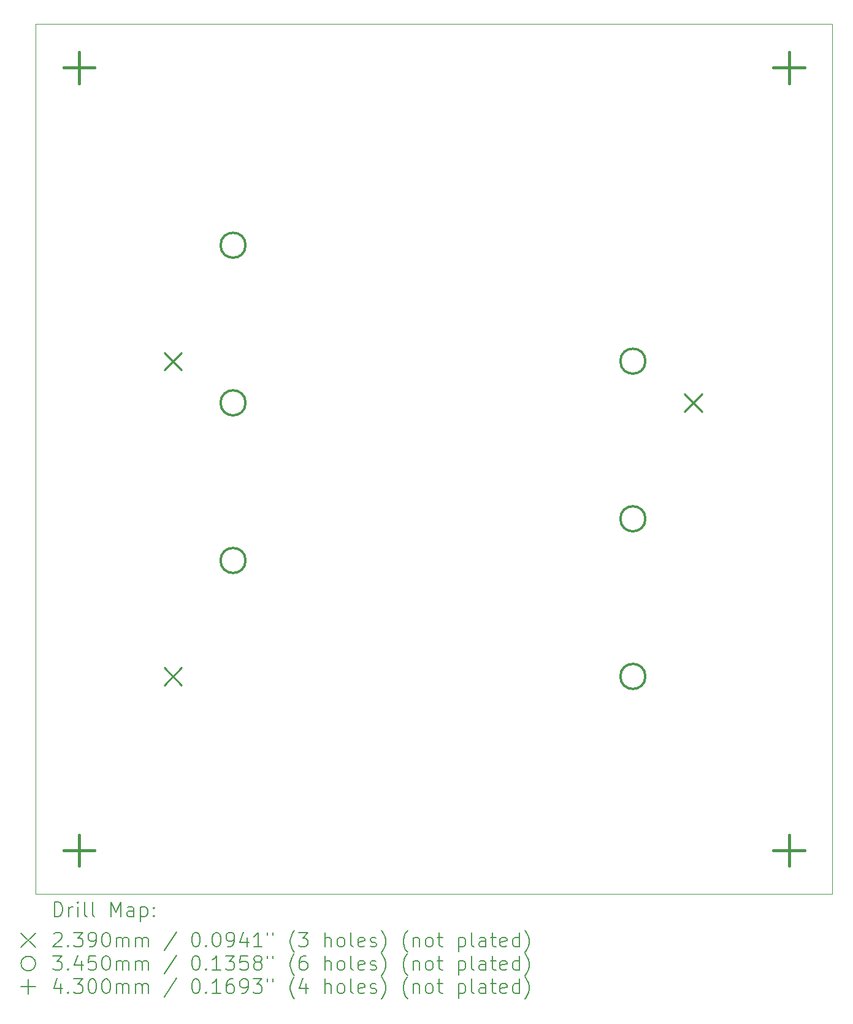
<source format=gbr>
%TF.GenerationSoftware,KiCad,Pcbnew,8.0.5*%
%TF.CreationDate,2024-11-10T22:21:34+02:00*%
%TF.ProjectId,PowerBoard,506f7765-7242-46f6-9172-642e6b696361,rev?*%
%TF.SameCoordinates,Original*%
%TF.FileFunction,Drillmap*%
%TF.FilePolarity,Positive*%
%FSLAX45Y45*%
G04 Gerber Fmt 4.5, Leading zero omitted, Abs format (unit mm)*
G04 Created by KiCad (PCBNEW 8.0.5) date 2024-11-10 22:21:34*
%MOMM*%
%LPD*%
G01*
G04 APERTURE LIST*
%ADD10C,0.050000*%
%ADD11C,0.200000*%
%ADD12C,0.239000*%
%ADD13C,0.345000*%
%ADD14C,0.430000*%
G04 APERTURE END LIST*
D10*
X7250000Y-3200000D02*
X18250000Y-3200000D01*
X18250000Y-15200000D01*
X7250000Y-15200000D01*
X7250000Y-3200000D01*
D11*
D12*
X9022500Y-7730500D02*
X9261500Y-7969500D01*
X9261500Y-7730500D02*
X9022500Y-7969500D01*
X9022500Y-12080500D02*
X9261500Y-12319500D01*
X9261500Y-12080500D02*
X9022500Y-12319500D01*
X16208500Y-8305500D02*
X16447500Y-8544500D01*
X16447500Y-8305500D02*
X16208500Y-8544500D01*
D13*
X10147500Y-6250000D02*
G75*
G02*
X9802500Y-6250000I-172500J0D01*
G01*
X9802500Y-6250000D02*
G75*
G02*
X10147500Y-6250000I172500J0D01*
G01*
X10147500Y-8425000D02*
G75*
G02*
X9802500Y-8425000I-172500J0D01*
G01*
X9802500Y-8425000D02*
G75*
G02*
X10147500Y-8425000I172500J0D01*
G01*
X10147500Y-10600000D02*
G75*
G02*
X9802500Y-10600000I-172500J0D01*
G01*
X9802500Y-10600000D02*
G75*
G02*
X10147500Y-10600000I172500J0D01*
G01*
X15667500Y-7850000D02*
G75*
G02*
X15322500Y-7850000I-172500J0D01*
G01*
X15322500Y-7850000D02*
G75*
G02*
X15667500Y-7850000I172500J0D01*
G01*
X15667500Y-10025000D02*
G75*
G02*
X15322500Y-10025000I-172500J0D01*
G01*
X15322500Y-10025000D02*
G75*
G02*
X15667500Y-10025000I172500J0D01*
G01*
X15667500Y-12200000D02*
G75*
G02*
X15322500Y-12200000I-172500J0D01*
G01*
X15322500Y-12200000D02*
G75*
G02*
X15667500Y-12200000I172500J0D01*
G01*
D14*
X7850000Y-3585000D02*
X7850000Y-4015000D01*
X7635000Y-3800000D02*
X8065000Y-3800000D01*
X7850000Y-14385000D02*
X7850000Y-14815000D01*
X7635000Y-14600000D02*
X8065000Y-14600000D01*
X17650000Y-3585000D02*
X17650000Y-4015000D01*
X17435000Y-3800000D02*
X17865000Y-3800000D01*
X17650000Y-14385000D02*
X17650000Y-14815000D01*
X17435000Y-14600000D02*
X17865000Y-14600000D01*
D11*
X7508277Y-15513984D02*
X7508277Y-15313984D01*
X7508277Y-15313984D02*
X7555896Y-15313984D01*
X7555896Y-15313984D02*
X7584467Y-15323508D01*
X7584467Y-15323508D02*
X7603515Y-15342555D01*
X7603515Y-15342555D02*
X7613039Y-15361603D01*
X7613039Y-15361603D02*
X7622562Y-15399698D01*
X7622562Y-15399698D02*
X7622562Y-15428269D01*
X7622562Y-15428269D02*
X7613039Y-15466365D01*
X7613039Y-15466365D02*
X7603515Y-15485412D01*
X7603515Y-15485412D02*
X7584467Y-15504460D01*
X7584467Y-15504460D02*
X7555896Y-15513984D01*
X7555896Y-15513984D02*
X7508277Y-15513984D01*
X7708277Y-15513984D02*
X7708277Y-15380650D01*
X7708277Y-15418746D02*
X7717801Y-15399698D01*
X7717801Y-15399698D02*
X7727324Y-15390174D01*
X7727324Y-15390174D02*
X7746372Y-15380650D01*
X7746372Y-15380650D02*
X7765420Y-15380650D01*
X7832086Y-15513984D02*
X7832086Y-15380650D01*
X7832086Y-15313984D02*
X7822562Y-15323508D01*
X7822562Y-15323508D02*
X7832086Y-15333031D01*
X7832086Y-15333031D02*
X7841610Y-15323508D01*
X7841610Y-15323508D02*
X7832086Y-15313984D01*
X7832086Y-15313984D02*
X7832086Y-15333031D01*
X7955896Y-15513984D02*
X7936848Y-15504460D01*
X7936848Y-15504460D02*
X7927324Y-15485412D01*
X7927324Y-15485412D02*
X7927324Y-15313984D01*
X8060658Y-15513984D02*
X8041610Y-15504460D01*
X8041610Y-15504460D02*
X8032086Y-15485412D01*
X8032086Y-15485412D02*
X8032086Y-15313984D01*
X8289229Y-15513984D02*
X8289229Y-15313984D01*
X8289229Y-15313984D02*
X8355896Y-15456841D01*
X8355896Y-15456841D02*
X8422563Y-15313984D01*
X8422563Y-15313984D02*
X8422563Y-15513984D01*
X8603515Y-15513984D02*
X8603515Y-15409222D01*
X8603515Y-15409222D02*
X8593991Y-15390174D01*
X8593991Y-15390174D02*
X8574944Y-15380650D01*
X8574944Y-15380650D02*
X8536848Y-15380650D01*
X8536848Y-15380650D02*
X8517801Y-15390174D01*
X8603515Y-15504460D02*
X8584467Y-15513984D01*
X8584467Y-15513984D02*
X8536848Y-15513984D01*
X8536848Y-15513984D02*
X8517801Y-15504460D01*
X8517801Y-15504460D02*
X8508277Y-15485412D01*
X8508277Y-15485412D02*
X8508277Y-15466365D01*
X8508277Y-15466365D02*
X8517801Y-15447317D01*
X8517801Y-15447317D02*
X8536848Y-15437793D01*
X8536848Y-15437793D02*
X8584467Y-15437793D01*
X8584467Y-15437793D02*
X8603515Y-15428269D01*
X8698753Y-15380650D02*
X8698753Y-15580650D01*
X8698753Y-15390174D02*
X8717801Y-15380650D01*
X8717801Y-15380650D02*
X8755896Y-15380650D01*
X8755896Y-15380650D02*
X8774944Y-15390174D01*
X8774944Y-15390174D02*
X8784467Y-15399698D01*
X8784467Y-15399698D02*
X8793991Y-15418746D01*
X8793991Y-15418746D02*
X8793991Y-15475888D01*
X8793991Y-15475888D02*
X8784467Y-15494936D01*
X8784467Y-15494936D02*
X8774944Y-15504460D01*
X8774944Y-15504460D02*
X8755896Y-15513984D01*
X8755896Y-15513984D02*
X8717801Y-15513984D01*
X8717801Y-15513984D02*
X8698753Y-15504460D01*
X8879705Y-15494936D02*
X8889229Y-15504460D01*
X8889229Y-15504460D02*
X8879705Y-15513984D01*
X8879705Y-15513984D02*
X8870182Y-15504460D01*
X8870182Y-15504460D02*
X8879705Y-15494936D01*
X8879705Y-15494936D02*
X8879705Y-15513984D01*
X8879705Y-15390174D02*
X8889229Y-15399698D01*
X8889229Y-15399698D02*
X8879705Y-15409222D01*
X8879705Y-15409222D02*
X8870182Y-15399698D01*
X8870182Y-15399698D02*
X8879705Y-15390174D01*
X8879705Y-15390174D02*
X8879705Y-15409222D01*
X7047500Y-15742500D02*
X7247500Y-15942500D01*
X7247500Y-15742500D02*
X7047500Y-15942500D01*
X7498753Y-15753031D02*
X7508277Y-15743508D01*
X7508277Y-15743508D02*
X7527324Y-15733984D01*
X7527324Y-15733984D02*
X7574943Y-15733984D01*
X7574943Y-15733984D02*
X7593991Y-15743508D01*
X7593991Y-15743508D02*
X7603515Y-15753031D01*
X7603515Y-15753031D02*
X7613039Y-15772079D01*
X7613039Y-15772079D02*
X7613039Y-15791127D01*
X7613039Y-15791127D02*
X7603515Y-15819698D01*
X7603515Y-15819698D02*
X7489229Y-15933984D01*
X7489229Y-15933984D02*
X7613039Y-15933984D01*
X7698753Y-15914936D02*
X7708277Y-15924460D01*
X7708277Y-15924460D02*
X7698753Y-15933984D01*
X7698753Y-15933984D02*
X7689229Y-15924460D01*
X7689229Y-15924460D02*
X7698753Y-15914936D01*
X7698753Y-15914936D02*
X7698753Y-15933984D01*
X7774943Y-15733984D02*
X7898753Y-15733984D01*
X7898753Y-15733984D02*
X7832086Y-15810174D01*
X7832086Y-15810174D02*
X7860658Y-15810174D01*
X7860658Y-15810174D02*
X7879705Y-15819698D01*
X7879705Y-15819698D02*
X7889229Y-15829222D01*
X7889229Y-15829222D02*
X7898753Y-15848269D01*
X7898753Y-15848269D02*
X7898753Y-15895888D01*
X7898753Y-15895888D02*
X7889229Y-15914936D01*
X7889229Y-15914936D02*
X7879705Y-15924460D01*
X7879705Y-15924460D02*
X7860658Y-15933984D01*
X7860658Y-15933984D02*
X7803515Y-15933984D01*
X7803515Y-15933984D02*
X7784467Y-15924460D01*
X7784467Y-15924460D02*
X7774943Y-15914936D01*
X7993991Y-15933984D02*
X8032086Y-15933984D01*
X8032086Y-15933984D02*
X8051134Y-15924460D01*
X8051134Y-15924460D02*
X8060658Y-15914936D01*
X8060658Y-15914936D02*
X8079705Y-15886365D01*
X8079705Y-15886365D02*
X8089229Y-15848269D01*
X8089229Y-15848269D02*
X8089229Y-15772079D01*
X8089229Y-15772079D02*
X8079705Y-15753031D01*
X8079705Y-15753031D02*
X8070182Y-15743508D01*
X8070182Y-15743508D02*
X8051134Y-15733984D01*
X8051134Y-15733984D02*
X8013039Y-15733984D01*
X8013039Y-15733984D02*
X7993991Y-15743508D01*
X7993991Y-15743508D02*
X7984467Y-15753031D01*
X7984467Y-15753031D02*
X7974943Y-15772079D01*
X7974943Y-15772079D02*
X7974943Y-15819698D01*
X7974943Y-15819698D02*
X7984467Y-15838746D01*
X7984467Y-15838746D02*
X7993991Y-15848269D01*
X7993991Y-15848269D02*
X8013039Y-15857793D01*
X8013039Y-15857793D02*
X8051134Y-15857793D01*
X8051134Y-15857793D02*
X8070182Y-15848269D01*
X8070182Y-15848269D02*
X8079705Y-15838746D01*
X8079705Y-15838746D02*
X8089229Y-15819698D01*
X8213039Y-15733984D02*
X8232086Y-15733984D01*
X8232086Y-15733984D02*
X8251134Y-15743508D01*
X8251134Y-15743508D02*
X8260658Y-15753031D01*
X8260658Y-15753031D02*
X8270182Y-15772079D01*
X8270182Y-15772079D02*
X8279705Y-15810174D01*
X8279705Y-15810174D02*
X8279705Y-15857793D01*
X8279705Y-15857793D02*
X8270182Y-15895888D01*
X8270182Y-15895888D02*
X8260658Y-15914936D01*
X8260658Y-15914936D02*
X8251134Y-15924460D01*
X8251134Y-15924460D02*
X8232086Y-15933984D01*
X8232086Y-15933984D02*
X8213039Y-15933984D01*
X8213039Y-15933984D02*
X8193991Y-15924460D01*
X8193991Y-15924460D02*
X8184467Y-15914936D01*
X8184467Y-15914936D02*
X8174943Y-15895888D01*
X8174943Y-15895888D02*
X8165420Y-15857793D01*
X8165420Y-15857793D02*
X8165420Y-15810174D01*
X8165420Y-15810174D02*
X8174943Y-15772079D01*
X8174943Y-15772079D02*
X8184467Y-15753031D01*
X8184467Y-15753031D02*
X8193991Y-15743508D01*
X8193991Y-15743508D02*
X8213039Y-15733984D01*
X8365420Y-15933984D02*
X8365420Y-15800650D01*
X8365420Y-15819698D02*
X8374943Y-15810174D01*
X8374943Y-15810174D02*
X8393991Y-15800650D01*
X8393991Y-15800650D02*
X8422563Y-15800650D01*
X8422563Y-15800650D02*
X8441610Y-15810174D01*
X8441610Y-15810174D02*
X8451134Y-15829222D01*
X8451134Y-15829222D02*
X8451134Y-15933984D01*
X8451134Y-15829222D02*
X8460658Y-15810174D01*
X8460658Y-15810174D02*
X8479705Y-15800650D01*
X8479705Y-15800650D02*
X8508277Y-15800650D01*
X8508277Y-15800650D02*
X8527325Y-15810174D01*
X8527325Y-15810174D02*
X8536848Y-15829222D01*
X8536848Y-15829222D02*
X8536848Y-15933984D01*
X8632086Y-15933984D02*
X8632086Y-15800650D01*
X8632086Y-15819698D02*
X8641610Y-15810174D01*
X8641610Y-15810174D02*
X8660658Y-15800650D01*
X8660658Y-15800650D02*
X8689229Y-15800650D01*
X8689229Y-15800650D02*
X8708277Y-15810174D01*
X8708277Y-15810174D02*
X8717801Y-15829222D01*
X8717801Y-15829222D02*
X8717801Y-15933984D01*
X8717801Y-15829222D02*
X8727325Y-15810174D01*
X8727325Y-15810174D02*
X8746372Y-15800650D01*
X8746372Y-15800650D02*
X8774944Y-15800650D01*
X8774944Y-15800650D02*
X8793991Y-15810174D01*
X8793991Y-15810174D02*
X8803515Y-15829222D01*
X8803515Y-15829222D02*
X8803515Y-15933984D01*
X9193991Y-15724460D02*
X9022563Y-15981603D01*
X9451134Y-15733984D02*
X9470182Y-15733984D01*
X9470182Y-15733984D02*
X9489229Y-15743508D01*
X9489229Y-15743508D02*
X9498753Y-15753031D01*
X9498753Y-15753031D02*
X9508277Y-15772079D01*
X9508277Y-15772079D02*
X9517801Y-15810174D01*
X9517801Y-15810174D02*
X9517801Y-15857793D01*
X9517801Y-15857793D02*
X9508277Y-15895888D01*
X9508277Y-15895888D02*
X9498753Y-15914936D01*
X9498753Y-15914936D02*
X9489229Y-15924460D01*
X9489229Y-15924460D02*
X9470182Y-15933984D01*
X9470182Y-15933984D02*
X9451134Y-15933984D01*
X9451134Y-15933984D02*
X9432087Y-15924460D01*
X9432087Y-15924460D02*
X9422563Y-15914936D01*
X9422563Y-15914936D02*
X9413039Y-15895888D01*
X9413039Y-15895888D02*
X9403515Y-15857793D01*
X9403515Y-15857793D02*
X9403515Y-15810174D01*
X9403515Y-15810174D02*
X9413039Y-15772079D01*
X9413039Y-15772079D02*
X9422563Y-15753031D01*
X9422563Y-15753031D02*
X9432087Y-15743508D01*
X9432087Y-15743508D02*
X9451134Y-15733984D01*
X9603515Y-15914936D02*
X9613039Y-15924460D01*
X9613039Y-15924460D02*
X9603515Y-15933984D01*
X9603515Y-15933984D02*
X9593991Y-15924460D01*
X9593991Y-15924460D02*
X9603515Y-15914936D01*
X9603515Y-15914936D02*
X9603515Y-15933984D01*
X9736848Y-15733984D02*
X9755896Y-15733984D01*
X9755896Y-15733984D02*
X9774944Y-15743508D01*
X9774944Y-15743508D02*
X9784468Y-15753031D01*
X9784468Y-15753031D02*
X9793991Y-15772079D01*
X9793991Y-15772079D02*
X9803515Y-15810174D01*
X9803515Y-15810174D02*
X9803515Y-15857793D01*
X9803515Y-15857793D02*
X9793991Y-15895888D01*
X9793991Y-15895888D02*
X9784468Y-15914936D01*
X9784468Y-15914936D02*
X9774944Y-15924460D01*
X9774944Y-15924460D02*
X9755896Y-15933984D01*
X9755896Y-15933984D02*
X9736848Y-15933984D01*
X9736848Y-15933984D02*
X9717801Y-15924460D01*
X9717801Y-15924460D02*
X9708277Y-15914936D01*
X9708277Y-15914936D02*
X9698753Y-15895888D01*
X9698753Y-15895888D02*
X9689229Y-15857793D01*
X9689229Y-15857793D02*
X9689229Y-15810174D01*
X9689229Y-15810174D02*
X9698753Y-15772079D01*
X9698753Y-15772079D02*
X9708277Y-15753031D01*
X9708277Y-15753031D02*
X9717801Y-15743508D01*
X9717801Y-15743508D02*
X9736848Y-15733984D01*
X9898753Y-15933984D02*
X9936848Y-15933984D01*
X9936848Y-15933984D02*
X9955896Y-15924460D01*
X9955896Y-15924460D02*
X9965420Y-15914936D01*
X9965420Y-15914936D02*
X9984468Y-15886365D01*
X9984468Y-15886365D02*
X9993991Y-15848269D01*
X9993991Y-15848269D02*
X9993991Y-15772079D01*
X9993991Y-15772079D02*
X9984468Y-15753031D01*
X9984468Y-15753031D02*
X9974944Y-15743508D01*
X9974944Y-15743508D02*
X9955896Y-15733984D01*
X9955896Y-15733984D02*
X9917801Y-15733984D01*
X9917801Y-15733984D02*
X9898753Y-15743508D01*
X9898753Y-15743508D02*
X9889229Y-15753031D01*
X9889229Y-15753031D02*
X9879706Y-15772079D01*
X9879706Y-15772079D02*
X9879706Y-15819698D01*
X9879706Y-15819698D02*
X9889229Y-15838746D01*
X9889229Y-15838746D02*
X9898753Y-15848269D01*
X9898753Y-15848269D02*
X9917801Y-15857793D01*
X9917801Y-15857793D02*
X9955896Y-15857793D01*
X9955896Y-15857793D02*
X9974944Y-15848269D01*
X9974944Y-15848269D02*
X9984468Y-15838746D01*
X9984468Y-15838746D02*
X9993991Y-15819698D01*
X10165420Y-15800650D02*
X10165420Y-15933984D01*
X10117801Y-15724460D02*
X10070182Y-15867317D01*
X10070182Y-15867317D02*
X10193991Y-15867317D01*
X10374944Y-15933984D02*
X10260658Y-15933984D01*
X10317801Y-15933984D02*
X10317801Y-15733984D01*
X10317801Y-15733984D02*
X10298753Y-15762555D01*
X10298753Y-15762555D02*
X10279706Y-15781603D01*
X10279706Y-15781603D02*
X10260658Y-15791127D01*
X10451134Y-15733984D02*
X10451134Y-15772079D01*
X10527325Y-15733984D02*
X10527325Y-15772079D01*
X10822563Y-16010174D02*
X10813039Y-16000650D01*
X10813039Y-16000650D02*
X10793991Y-15972079D01*
X10793991Y-15972079D02*
X10784468Y-15953031D01*
X10784468Y-15953031D02*
X10774944Y-15924460D01*
X10774944Y-15924460D02*
X10765420Y-15876841D01*
X10765420Y-15876841D02*
X10765420Y-15838746D01*
X10765420Y-15838746D02*
X10774944Y-15791127D01*
X10774944Y-15791127D02*
X10784468Y-15762555D01*
X10784468Y-15762555D02*
X10793991Y-15743508D01*
X10793991Y-15743508D02*
X10813039Y-15714936D01*
X10813039Y-15714936D02*
X10822563Y-15705412D01*
X10879706Y-15733984D02*
X11003515Y-15733984D01*
X11003515Y-15733984D02*
X10936849Y-15810174D01*
X10936849Y-15810174D02*
X10965420Y-15810174D01*
X10965420Y-15810174D02*
X10984468Y-15819698D01*
X10984468Y-15819698D02*
X10993991Y-15829222D01*
X10993991Y-15829222D02*
X11003515Y-15848269D01*
X11003515Y-15848269D02*
X11003515Y-15895888D01*
X11003515Y-15895888D02*
X10993991Y-15914936D01*
X10993991Y-15914936D02*
X10984468Y-15924460D01*
X10984468Y-15924460D02*
X10965420Y-15933984D01*
X10965420Y-15933984D02*
X10908277Y-15933984D01*
X10908277Y-15933984D02*
X10889230Y-15924460D01*
X10889230Y-15924460D02*
X10879706Y-15914936D01*
X11241610Y-15933984D02*
X11241610Y-15733984D01*
X11327325Y-15933984D02*
X11327325Y-15829222D01*
X11327325Y-15829222D02*
X11317801Y-15810174D01*
X11317801Y-15810174D02*
X11298753Y-15800650D01*
X11298753Y-15800650D02*
X11270182Y-15800650D01*
X11270182Y-15800650D02*
X11251134Y-15810174D01*
X11251134Y-15810174D02*
X11241610Y-15819698D01*
X11451134Y-15933984D02*
X11432087Y-15924460D01*
X11432087Y-15924460D02*
X11422563Y-15914936D01*
X11422563Y-15914936D02*
X11413039Y-15895888D01*
X11413039Y-15895888D02*
X11413039Y-15838746D01*
X11413039Y-15838746D02*
X11422563Y-15819698D01*
X11422563Y-15819698D02*
X11432087Y-15810174D01*
X11432087Y-15810174D02*
X11451134Y-15800650D01*
X11451134Y-15800650D02*
X11479706Y-15800650D01*
X11479706Y-15800650D02*
X11498753Y-15810174D01*
X11498753Y-15810174D02*
X11508277Y-15819698D01*
X11508277Y-15819698D02*
X11517801Y-15838746D01*
X11517801Y-15838746D02*
X11517801Y-15895888D01*
X11517801Y-15895888D02*
X11508277Y-15914936D01*
X11508277Y-15914936D02*
X11498753Y-15924460D01*
X11498753Y-15924460D02*
X11479706Y-15933984D01*
X11479706Y-15933984D02*
X11451134Y-15933984D01*
X11632087Y-15933984D02*
X11613039Y-15924460D01*
X11613039Y-15924460D02*
X11603515Y-15905412D01*
X11603515Y-15905412D02*
X11603515Y-15733984D01*
X11784468Y-15924460D02*
X11765420Y-15933984D01*
X11765420Y-15933984D02*
X11727325Y-15933984D01*
X11727325Y-15933984D02*
X11708277Y-15924460D01*
X11708277Y-15924460D02*
X11698753Y-15905412D01*
X11698753Y-15905412D02*
X11698753Y-15829222D01*
X11698753Y-15829222D02*
X11708277Y-15810174D01*
X11708277Y-15810174D02*
X11727325Y-15800650D01*
X11727325Y-15800650D02*
X11765420Y-15800650D01*
X11765420Y-15800650D02*
X11784468Y-15810174D01*
X11784468Y-15810174D02*
X11793991Y-15829222D01*
X11793991Y-15829222D02*
X11793991Y-15848269D01*
X11793991Y-15848269D02*
X11698753Y-15867317D01*
X11870182Y-15924460D02*
X11889230Y-15933984D01*
X11889230Y-15933984D02*
X11927325Y-15933984D01*
X11927325Y-15933984D02*
X11946372Y-15924460D01*
X11946372Y-15924460D02*
X11955896Y-15905412D01*
X11955896Y-15905412D02*
X11955896Y-15895888D01*
X11955896Y-15895888D02*
X11946372Y-15876841D01*
X11946372Y-15876841D02*
X11927325Y-15867317D01*
X11927325Y-15867317D02*
X11898753Y-15867317D01*
X11898753Y-15867317D02*
X11879706Y-15857793D01*
X11879706Y-15857793D02*
X11870182Y-15838746D01*
X11870182Y-15838746D02*
X11870182Y-15829222D01*
X11870182Y-15829222D02*
X11879706Y-15810174D01*
X11879706Y-15810174D02*
X11898753Y-15800650D01*
X11898753Y-15800650D02*
X11927325Y-15800650D01*
X11927325Y-15800650D02*
X11946372Y-15810174D01*
X12022563Y-16010174D02*
X12032087Y-16000650D01*
X12032087Y-16000650D02*
X12051134Y-15972079D01*
X12051134Y-15972079D02*
X12060658Y-15953031D01*
X12060658Y-15953031D02*
X12070182Y-15924460D01*
X12070182Y-15924460D02*
X12079706Y-15876841D01*
X12079706Y-15876841D02*
X12079706Y-15838746D01*
X12079706Y-15838746D02*
X12070182Y-15791127D01*
X12070182Y-15791127D02*
X12060658Y-15762555D01*
X12060658Y-15762555D02*
X12051134Y-15743508D01*
X12051134Y-15743508D02*
X12032087Y-15714936D01*
X12032087Y-15714936D02*
X12022563Y-15705412D01*
X12384468Y-16010174D02*
X12374944Y-16000650D01*
X12374944Y-16000650D02*
X12355896Y-15972079D01*
X12355896Y-15972079D02*
X12346372Y-15953031D01*
X12346372Y-15953031D02*
X12336849Y-15924460D01*
X12336849Y-15924460D02*
X12327325Y-15876841D01*
X12327325Y-15876841D02*
X12327325Y-15838746D01*
X12327325Y-15838746D02*
X12336849Y-15791127D01*
X12336849Y-15791127D02*
X12346372Y-15762555D01*
X12346372Y-15762555D02*
X12355896Y-15743508D01*
X12355896Y-15743508D02*
X12374944Y-15714936D01*
X12374944Y-15714936D02*
X12384468Y-15705412D01*
X12460658Y-15800650D02*
X12460658Y-15933984D01*
X12460658Y-15819698D02*
X12470182Y-15810174D01*
X12470182Y-15810174D02*
X12489230Y-15800650D01*
X12489230Y-15800650D02*
X12517801Y-15800650D01*
X12517801Y-15800650D02*
X12536849Y-15810174D01*
X12536849Y-15810174D02*
X12546372Y-15829222D01*
X12546372Y-15829222D02*
X12546372Y-15933984D01*
X12670182Y-15933984D02*
X12651134Y-15924460D01*
X12651134Y-15924460D02*
X12641611Y-15914936D01*
X12641611Y-15914936D02*
X12632087Y-15895888D01*
X12632087Y-15895888D02*
X12632087Y-15838746D01*
X12632087Y-15838746D02*
X12641611Y-15819698D01*
X12641611Y-15819698D02*
X12651134Y-15810174D01*
X12651134Y-15810174D02*
X12670182Y-15800650D01*
X12670182Y-15800650D02*
X12698753Y-15800650D01*
X12698753Y-15800650D02*
X12717801Y-15810174D01*
X12717801Y-15810174D02*
X12727325Y-15819698D01*
X12727325Y-15819698D02*
X12736849Y-15838746D01*
X12736849Y-15838746D02*
X12736849Y-15895888D01*
X12736849Y-15895888D02*
X12727325Y-15914936D01*
X12727325Y-15914936D02*
X12717801Y-15924460D01*
X12717801Y-15924460D02*
X12698753Y-15933984D01*
X12698753Y-15933984D02*
X12670182Y-15933984D01*
X12793992Y-15800650D02*
X12870182Y-15800650D01*
X12822563Y-15733984D02*
X12822563Y-15905412D01*
X12822563Y-15905412D02*
X12832087Y-15924460D01*
X12832087Y-15924460D02*
X12851134Y-15933984D01*
X12851134Y-15933984D02*
X12870182Y-15933984D01*
X13089230Y-15800650D02*
X13089230Y-16000650D01*
X13089230Y-15810174D02*
X13108277Y-15800650D01*
X13108277Y-15800650D02*
X13146373Y-15800650D01*
X13146373Y-15800650D02*
X13165420Y-15810174D01*
X13165420Y-15810174D02*
X13174944Y-15819698D01*
X13174944Y-15819698D02*
X13184468Y-15838746D01*
X13184468Y-15838746D02*
X13184468Y-15895888D01*
X13184468Y-15895888D02*
X13174944Y-15914936D01*
X13174944Y-15914936D02*
X13165420Y-15924460D01*
X13165420Y-15924460D02*
X13146373Y-15933984D01*
X13146373Y-15933984D02*
X13108277Y-15933984D01*
X13108277Y-15933984D02*
X13089230Y-15924460D01*
X13298753Y-15933984D02*
X13279706Y-15924460D01*
X13279706Y-15924460D02*
X13270182Y-15905412D01*
X13270182Y-15905412D02*
X13270182Y-15733984D01*
X13460658Y-15933984D02*
X13460658Y-15829222D01*
X13460658Y-15829222D02*
X13451134Y-15810174D01*
X13451134Y-15810174D02*
X13432087Y-15800650D01*
X13432087Y-15800650D02*
X13393992Y-15800650D01*
X13393992Y-15800650D02*
X13374944Y-15810174D01*
X13460658Y-15924460D02*
X13441611Y-15933984D01*
X13441611Y-15933984D02*
X13393992Y-15933984D01*
X13393992Y-15933984D02*
X13374944Y-15924460D01*
X13374944Y-15924460D02*
X13365420Y-15905412D01*
X13365420Y-15905412D02*
X13365420Y-15886365D01*
X13365420Y-15886365D02*
X13374944Y-15867317D01*
X13374944Y-15867317D02*
X13393992Y-15857793D01*
X13393992Y-15857793D02*
X13441611Y-15857793D01*
X13441611Y-15857793D02*
X13460658Y-15848269D01*
X13527325Y-15800650D02*
X13603515Y-15800650D01*
X13555896Y-15733984D02*
X13555896Y-15905412D01*
X13555896Y-15905412D02*
X13565420Y-15924460D01*
X13565420Y-15924460D02*
X13584468Y-15933984D01*
X13584468Y-15933984D02*
X13603515Y-15933984D01*
X13746373Y-15924460D02*
X13727325Y-15933984D01*
X13727325Y-15933984D02*
X13689230Y-15933984D01*
X13689230Y-15933984D02*
X13670182Y-15924460D01*
X13670182Y-15924460D02*
X13660658Y-15905412D01*
X13660658Y-15905412D02*
X13660658Y-15829222D01*
X13660658Y-15829222D02*
X13670182Y-15810174D01*
X13670182Y-15810174D02*
X13689230Y-15800650D01*
X13689230Y-15800650D02*
X13727325Y-15800650D01*
X13727325Y-15800650D02*
X13746373Y-15810174D01*
X13746373Y-15810174D02*
X13755896Y-15829222D01*
X13755896Y-15829222D02*
X13755896Y-15848269D01*
X13755896Y-15848269D02*
X13660658Y-15867317D01*
X13927325Y-15933984D02*
X13927325Y-15733984D01*
X13927325Y-15924460D02*
X13908277Y-15933984D01*
X13908277Y-15933984D02*
X13870182Y-15933984D01*
X13870182Y-15933984D02*
X13851134Y-15924460D01*
X13851134Y-15924460D02*
X13841611Y-15914936D01*
X13841611Y-15914936D02*
X13832087Y-15895888D01*
X13832087Y-15895888D02*
X13832087Y-15838746D01*
X13832087Y-15838746D02*
X13841611Y-15819698D01*
X13841611Y-15819698D02*
X13851134Y-15810174D01*
X13851134Y-15810174D02*
X13870182Y-15800650D01*
X13870182Y-15800650D02*
X13908277Y-15800650D01*
X13908277Y-15800650D02*
X13927325Y-15810174D01*
X14003515Y-16010174D02*
X14013039Y-16000650D01*
X14013039Y-16000650D02*
X14032087Y-15972079D01*
X14032087Y-15972079D02*
X14041611Y-15953031D01*
X14041611Y-15953031D02*
X14051134Y-15924460D01*
X14051134Y-15924460D02*
X14060658Y-15876841D01*
X14060658Y-15876841D02*
X14060658Y-15838746D01*
X14060658Y-15838746D02*
X14051134Y-15791127D01*
X14051134Y-15791127D02*
X14041611Y-15762555D01*
X14041611Y-15762555D02*
X14032087Y-15743508D01*
X14032087Y-15743508D02*
X14013039Y-15714936D01*
X14013039Y-15714936D02*
X14003515Y-15705412D01*
X7247500Y-16162500D02*
G75*
G02*
X7047500Y-16162500I-100000J0D01*
G01*
X7047500Y-16162500D02*
G75*
G02*
X7247500Y-16162500I100000J0D01*
G01*
X7489229Y-16053984D02*
X7613039Y-16053984D01*
X7613039Y-16053984D02*
X7546372Y-16130174D01*
X7546372Y-16130174D02*
X7574943Y-16130174D01*
X7574943Y-16130174D02*
X7593991Y-16139698D01*
X7593991Y-16139698D02*
X7603515Y-16149222D01*
X7603515Y-16149222D02*
X7613039Y-16168269D01*
X7613039Y-16168269D02*
X7613039Y-16215888D01*
X7613039Y-16215888D02*
X7603515Y-16234936D01*
X7603515Y-16234936D02*
X7593991Y-16244460D01*
X7593991Y-16244460D02*
X7574943Y-16253984D01*
X7574943Y-16253984D02*
X7517801Y-16253984D01*
X7517801Y-16253984D02*
X7498753Y-16244460D01*
X7498753Y-16244460D02*
X7489229Y-16234936D01*
X7698753Y-16234936D02*
X7708277Y-16244460D01*
X7708277Y-16244460D02*
X7698753Y-16253984D01*
X7698753Y-16253984D02*
X7689229Y-16244460D01*
X7689229Y-16244460D02*
X7698753Y-16234936D01*
X7698753Y-16234936D02*
X7698753Y-16253984D01*
X7879705Y-16120650D02*
X7879705Y-16253984D01*
X7832086Y-16044460D02*
X7784467Y-16187317D01*
X7784467Y-16187317D02*
X7908277Y-16187317D01*
X8079705Y-16053984D02*
X7984467Y-16053984D01*
X7984467Y-16053984D02*
X7974943Y-16149222D01*
X7974943Y-16149222D02*
X7984467Y-16139698D01*
X7984467Y-16139698D02*
X8003515Y-16130174D01*
X8003515Y-16130174D02*
X8051134Y-16130174D01*
X8051134Y-16130174D02*
X8070182Y-16139698D01*
X8070182Y-16139698D02*
X8079705Y-16149222D01*
X8079705Y-16149222D02*
X8089229Y-16168269D01*
X8089229Y-16168269D02*
X8089229Y-16215888D01*
X8089229Y-16215888D02*
X8079705Y-16234936D01*
X8079705Y-16234936D02*
X8070182Y-16244460D01*
X8070182Y-16244460D02*
X8051134Y-16253984D01*
X8051134Y-16253984D02*
X8003515Y-16253984D01*
X8003515Y-16253984D02*
X7984467Y-16244460D01*
X7984467Y-16244460D02*
X7974943Y-16234936D01*
X8213039Y-16053984D02*
X8232086Y-16053984D01*
X8232086Y-16053984D02*
X8251134Y-16063508D01*
X8251134Y-16063508D02*
X8260658Y-16073031D01*
X8260658Y-16073031D02*
X8270182Y-16092079D01*
X8270182Y-16092079D02*
X8279705Y-16130174D01*
X8279705Y-16130174D02*
X8279705Y-16177793D01*
X8279705Y-16177793D02*
X8270182Y-16215888D01*
X8270182Y-16215888D02*
X8260658Y-16234936D01*
X8260658Y-16234936D02*
X8251134Y-16244460D01*
X8251134Y-16244460D02*
X8232086Y-16253984D01*
X8232086Y-16253984D02*
X8213039Y-16253984D01*
X8213039Y-16253984D02*
X8193991Y-16244460D01*
X8193991Y-16244460D02*
X8184467Y-16234936D01*
X8184467Y-16234936D02*
X8174943Y-16215888D01*
X8174943Y-16215888D02*
X8165420Y-16177793D01*
X8165420Y-16177793D02*
X8165420Y-16130174D01*
X8165420Y-16130174D02*
X8174943Y-16092079D01*
X8174943Y-16092079D02*
X8184467Y-16073031D01*
X8184467Y-16073031D02*
X8193991Y-16063508D01*
X8193991Y-16063508D02*
X8213039Y-16053984D01*
X8365420Y-16253984D02*
X8365420Y-16120650D01*
X8365420Y-16139698D02*
X8374943Y-16130174D01*
X8374943Y-16130174D02*
X8393991Y-16120650D01*
X8393991Y-16120650D02*
X8422563Y-16120650D01*
X8422563Y-16120650D02*
X8441610Y-16130174D01*
X8441610Y-16130174D02*
X8451134Y-16149222D01*
X8451134Y-16149222D02*
X8451134Y-16253984D01*
X8451134Y-16149222D02*
X8460658Y-16130174D01*
X8460658Y-16130174D02*
X8479705Y-16120650D01*
X8479705Y-16120650D02*
X8508277Y-16120650D01*
X8508277Y-16120650D02*
X8527325Y-16130174D01*
X8527325Y-16130174D02*
X8536848Y-16149222D01*
X8536848Y-16149222D02*
X8536848Y-16253984D01*
X8632086Y-16253984D02*
X8632086Y-16120650D01*
X8632086Y-16139698D02*
X8641610Y-16130174D01*
X8641610Y-16130174D02*
X8660658Y-16120650D01*
X8660658Y-16120650D02*
X8689229Y-16120650D01*
X8689229Y-16120650D02*
X8708277Y-16130174D01*
X8708277Y-16130174D02*
X8717801Y-16149222D01*
X8717801Y-16149222D02*
X8717801Y-16253984D01*
X8717801Y-16149222D02*
X8727325Y-16130174D01*
X8727325Y-16130174D02*
X8746372Y-16120650D01*
X8746372Y-16120650D02*
X8774944Y-16120650D01*
X8774944Y-16120650D02*
X8793991Y-16130174D01*
X8793991Y-16130174D02*
X8803515Y-16149222D01*
X8803515Y-16149222D02*
X8803515Y-16253984D01*
X9193991Y-16044460D02*
X9022563Y-16301603D01*
X9451134Y-16053984D02*
X9470182Y-16053984D01*
X9470182Y-16053984D02*
X9489229Y-16063508D01*
X9489229Y-16063508D02*
X9498753Y-16073031D01*
X9498753Y-16073031D02*
X9508277Y-16092079D01*
X9508277Y-16092079D02*
X9517801Y-16130174D01*
X9517801Y-16130174D02*
X9517801Y-16177793D01*
X9517801Y-16177793D02*
X9508277Y-16215888D01*
X9508277Y-16215888D02*
X9498753Y-16234936D01*
X9498753Y-16234936D02*
X9489229Y-16244460D01*
X9489229Y-16244460D02*
X9470182Y-16253984D01*
X9470182Y-16253984D02*
X9451134Y-16253984D01*
X9451134Y-16253984D02*
X9432087Y-16244460D01*
X9432087Y-16244460D02*
X9422563Y-16234936D01*
X9422563Y-16234936D02*
X9413039Y-16215888D01*
X9413039Y-16215888D02*
X9403515Y-16177793D01*
X9403515Y-16177793D02*
X9403515Y-16130174D01*
X9403515Y-16130174D02*
X9413039Y-16092079D01*
X9413039Y-16092079D02*
X9422563Y-16073031D01*
X9422563Y-16073031D02*
X9432087Y-16063508D01*
X9432087Y-16063508D02*
X9451134Y-16053984D01*
X9603515Y-16234936D02*
X9613039Y-16244460D01*
X9613039Y-16244460D02*
X9603515Y-16253984D01*
X9603515Y-16253984D02*
X9593991Y-16244460D01*
X9593991Y-16244460D02*
X9603515Y-16234936D01*
X9603515Y-16234936D02*
X9603515Y-16253984D01*
X9803515Y-16253984D02*
X9689229Y-16253984D01*
X9746372Y-16253984D02*
X9746372Y-16053984D01*
X9746372Y-16053984D02*
X9727325Y-16082555D01*
X9727325Y-16082555D02*
X9708277Y-16101603D01*
X9708277Y-16101603D02*
X9689229Y-16111127D01*
X9870182Y-16053984D02*
X9993991Y-16053984D01*
X9993991Y-16053984D02*
X9927325Y-16130174D01*
X9927325Y-16130174D02*
X9955896Y-16130174D01*
X9955896Y-16130174D02*
X9974944Y-16139698D01*
X9974944Y-16139698D02*
X9984468Y-16149222D01*
X9984468Y-16149222D02*
X9993991Y-16168269D01*
X9993991Y-16168269D02*
X9993991Y-16215888D01*
X9993991Y-16215888D02*
X9984468Y-16234936D01*
X9984468Y-16234936D02*
X9974944Y-16244460D01*
X9974944Y-16244460D02*
X9955896Y-16253984D01*
X9955896Y-16253984D02*
X9898753Y-16253984D01*
X9898753Y-16253984D02*
X9879706Y-16244460D01*
X9879706Y-16244460D02*
X9870182Y-16234936D01*
X10174944Y-16053984D02*
X10079706Y-16053984D01*
X10079706Y-16053984D02*
X10070182Y-16149222D01*
X10070182Y-16149222D02*
X10079706Y-16139698D01*
X10079706Y-16139698D02*
X10098753Y-16130174D01*
X10098753Y-16130174D02*
X10146372Y-16130174D01*
X10146372Y-16130174D02*
X10165420Y-16139698D01*
X10165420Y-16139698D02*
X10174944Y-16149222D01*
X10174944Y-16149222D02*
X10184468Y-16168269D01*
X10184468Y-16168269D02*
X10184468Y-16215888D01*
X10184468Y-16215888D02*
X10174944Y-16234936D01*
X10174944Y-16234936D02*
X10165420Y-16244460D01*
X10165420Y-16244460D02*
X10146372Y-16253984D01*
X10146372Y-16253984D02*
X10098753Y-16253984D01*
X10098753Y-16253984D02*
X10079706Y-16244460D01*
X10079706Y-16244460D02*
X10070182Y-16234936D01*
X10298753Y-16139698D02*
X10279706Y-16130174D01*
X10279706Y-16130174D02*
X10270182Y-16120650D01*
X10270182Y-16120650D02*
X10260658Y-16101603D01*
X10260658Y-16101603D02*
X10260658Y-16092079D01*
X10260658Y-16092079D02*
X10270182Y-16073031D01*
X10270182Y-16073031D02*
X10279706Y-16063508D01*
X10279706Y-16063508D02*
X10298753Y-16053984D01*
X10298753Y-16053984D02*
X10336849Y-16053984D01*
X10336849Y-16053984D02*
X10355896Y-16063508D01*
X10355896Y-16063508D02*
X10365420Y-16073031D01*
X10365420Y-16073031D02*
X10374944Y-16092079D01*
X10374944Y-16092079D02*
X10374944Y-16101603D01*
X10374944Y-16101603D02*
X10365420Y-16120650D01*
X10365420Y-16120650D02*
X10355896Y-16130174D01*
X10355896Y-16130174D02*
X10336849Y-16139698D01*
X10336849Y-16139698D02*
X10298753Y-16139698D01*
X10298753Y-16139698D02*
X10279706Y-16149222D01*
X10279706Y-16149222D02*
X10270182Y-16158746D01*
X10270182Y-16158746D02*
X10260658Y-16177793D01*
X10260658Y-16177793D02*
X10260658Y-16215888D01*
X10260658Y-16215888D02*
X10270182Y-16234936D01*
X10270182Y-16234936D02*
X10279706Y-16244460D01*
X10279706Y-16244460D02*
X10298753Y-16253984D01*
X10298753Y-16253984D02*
X10336849Y-16253984D01*
X10336849Y-16253984D02*
X10355896Y-16244460D01*
X10355896Y-16244460D02*
X10365420Y-16234936D01*
X10365420Y-16234936D02*
X10374944Y-16215888D01*
X10374944Y-16215888D02*
X10374944Y-16177793D01*
X10374944Y-16177793D02*
X10365420Y-16158746D01*
X10365420Y-16158746D02*
X10355896Y-16149222D01*
X10355896Y-16149222D02*
X10336849Y-16139698D01*
X10451134Y-16053984D02*
X10451134Y-16092079D01*
X10527325Y-16053984D02*
X10527325Y-16092079D01*
X10822563Y-16330174D02*
X10813039Y-16320650D01*
X10813039Y-16320650D02*
X10793991Y-16292079D01*
X10793991Y-16292079D02*
X10784468Y-16273031D01*
X10784468Y-16273031D02*
X10774944Y-16244460D01*
X10774944Y-16244460D02*
X10765420Y-16196841D01*
X10765420Y-16196841D02*
X10765420Y-16158746D01*
X10765420Y-16158746D02*
X10774944Y-16111127D01*
X10774944Y-16111127D02*
X10784468Y-16082555D01*
X10784468Y-16082555D02*
X10793991Y-16063508D01*
X10793991Y-16063508D02*
X10813039Y-16034936D01*
X10813039Y-16034936D02*
X10822563Y-16025412D01*
X10984468Y-16053984D02*
X10946372Y-16053984D01*
X10946372Y-16053984D02*
X10927325Y-16063508D01*
X10927325Y-16063508D02*
X10917801Y-16073031D01*
X10917801Y-16073031D02*
X10898753Y-16101603D01*
X10898753Y-16101603D02*
X10889230Y-16139698D01*
X10889230Y-16139698D02*
X10889230Y-16215888D01*
X10889230Y-16215888D02*
X10898753Y-16234936D01*
X10898753Y-16234936D02*
X10908277Y-16244460D01*
X10908277Y-16244460D02*
X10927325Y-16253984D01*
X10927325Y-16253984D02*
X10965420Y-16253984D01*
X10965420Y-16253984D02*
X10984468Y-16244460D01*
X10984468Y-16244460D02*
X10993991Y-16234936D01*
X10993991Y-16234936D02*
X11003515Y-16215888D01*
X11003515Y-16215888D02*
X11003515Y-16168269D01*
X11003515Y-16168269D02*
X10993991Y-16149222D01*
X10993991Y-16149222D02*
X10984468Y-16139698D01*
X10984468Y-16139698D02*
X10965420Y-16130174D01*
X10965420Y-16130174D02*
X10927325Y-16130174D01*
X10927325Y-16130174D02*
X10908277Y-16139698D01*
X10908277Y-16139698D02*
X10898753Y-16149222D01*
X10898753Y-16149222D02*
X10889230Y-16168269D01*
X11241610Y-16253984D02*
X11241610Y-16053984D01*
X11327325Y-16253984D02*
X11327325Y-16149222D01*
X11327325Y-16149222D02*
X11317801Y-16130174D01*
X11317801Y-16130174D02*
X11298753Y-16120650D01*
X11298753Y-16120650D02*
X11270182Y-16120650D01*
X11270182Y-16120650D02*
X11251134Y-16130174D01*
X11251134Y-16130174D02*
X11241610Y-16139698D01*
X11451134Y-16253984D02*
X11432087Y-16244460D01*
X11432087Y-16244460D02*
X11422563Y-16234936D01*
X11422563Y-16234936D02*
X11413039Y-16215888D01*
X11413039Y-16215888D02*
X11413039Y-16158746D01*
X11413039Y-16158746D02*
X11422563Y-16139698D01*
X11422563Y-16139698D02*
X11432087Y-16130174D01*
X11432087Y-16130174D02*
X11451134Y-16120650D01*
X11451134Y-16120650D02*
X11479706Y-16120650D01*
X11479706Y-16120650D02*
X11498753Y-16130174D01*
X11498753Y-16130174D02*
X11508277Y-16139698D01*
X11508277Y-16139698D02*
X11517801Y-16158746D01*
X11517801Y-16158746D02*
X11517801Y-16215888D01*
X11517801Y-16215888D02*
X11508277Y-16234936D01*
X11508277Y-16234936D02*
X11498753Y-16244460D01*
X11498753Y-16244460D02*
X11479706Y-16253984D01*
X11479706Y-16253984D02*
X11451134Y-16253984D01*
X11632087Y-16253984D02*
X11613039Y-16244460D01*
X11613039Y-16244460D02*
X11603515Y-16225412D01*
X11603515Y-16225412D02*
X11603515Y-16053984D01*
X11784468Y-16244460D02*
X11765420Y-16253984D01*
X11765420Y-16253984D02*
X11727325Y-16253984D01*
X11727325Y-16253984D02*
X11708277Y-16244460D01*
X11708277Y-16244460D02*
X11698753Y-16225412D01*
X11698753Y-16225412D02*
X11698753Y-16149222D01*
X11698753Y-16149222D02*
X11708277Y-16130174D01*
X11708277Y-16130174D02*
X11727325Y-16120650D01*
X11727325Y-16120650D02*
X11765420Y-16120650D01*
X11765420Y-16120650D02*
X11784468Y-16130174D01*
X11784468Y-16130174D02*
X11793991Y-16149222D01*
X11793991Y-16149222D02*
X11793991Y-16168269D01*
X11793991Y-16168269D02*
X11698753Y-16187317D01*
X11870182Y-16244460D02*
X11889230Y-16253984D01*
X11889230Y-16253984D02*
X11927325Y-16253984D01*
X11927325Y-16253984D02*
X11946372Y-16244460D01*
X11946372Y-16244460D02*
X11955896Y-16225412D01*
X11955896Y-16225412D02*
X11955896Y-16215888D01*
X11955896Y-16215888D02*
X11946372Y-16196841D01*
X11946372Y-16196841D02*
X11927325Y-16187317D01*
X11927325Y-16187317D02*
X11898753Y-16187317D01*
X11898753Y-16187317D02*
X11879706Y-16177793D01*
X11879706Y-16177793D02*
X11870182Y-16158746D01*
X11870182Y-16158746D02*
X11870182Y-16149222D01*
X11870182Y-16149222D02*
X11879706Y-16130174D01*
X11879706Y-16130174D02*
X11898753Y-16120650D01*
X11898753Y-16120650D02*
X11927325Y-16120650D01*
X11927325Y-16120650D02*
X11946372Y-16130174D01*
X12022563Y-16330174D02*
X12032087Y-16320650D01*
X12032087Y-16320650D02*
X12051134Y-16292079D01*
X12051134Y-16292079D02*
X12060658Y-16273031D01*
X12060658Y-16273031D02*
X12070182Y-16244460D01*
X12070182Y-16244460D02*
X12079706Y-16196841D01*
X12079706Y-16196841D02*
X12079706Y-16158746D01*
X12079706Y-16158746D02*
X12070182Y-16111127D01*
X12070182Y-16111127D02*
X12060658Y-16082555D01*
X12060658Y-16082555D02*
X12051134Y-16063508D01*
X12051134Y-16063508D02*
X12032087Y-16034936D01*
X12032087Y-16034936D02*
X12022563Y-16025412D01*
X12384468Y-16330174D02*
X12374944Y-16320650D01*
X12374944Y-16320650D02*
X12355896Y-16292079D01*
X12355896Y-16292079D02*
X12346372Y-16273031D01*
X12346372Y-16273031D02*
X12336849Y-16244460D01*
X12336849Y-16244460D02*
X12327325Y-16196841D01*
X12327325Y-16196841D02*
X12327325Y-16158746D01*
X12327325Y-16158746D02*
X12336849Y-16111127D01*
X12336849Y-16111127D02*
X12346372Y-16082555D01*
X12346372Y-16082555D02*
X12355896Y-16063508D01*
X12355896Y-16063508D02*
X12374944Y-16034936D01*
X12374944Y-16034936D02*
X12384468Y-16025412D01*
X12460658Y-16120650D02*
X12460658Y-16253984D01*
X12460658Y-16139698D02*
X12470182Y-16130174D01*
X12470182Y-16130174D02*
X12489230Y-16120650D01*
X12489230Y-16120650D02*
X12517801Y-16120650D01*
X12517801Y-16120650D02*
X12536849Y-16130174D01*
X12536849Y-16130174D02*
X12546372Y-16149222D01*
X12546372Y-16149222D02*
X12546372Y-16253984D01*
X12670182Y-16253984D02*
X12651134Y-16244460D01*
X12651134Y-16244460D02*
X12641611Y-16234936D01*
X12641611Y-16234936D02*
X12632087Y-16215888D01*
X12632087Y-16215888D02*
X12632087Y-16158746D01*
X12632087Y-16158746D02*
X12641611Y-16139698D01*
X12641611Y-16139698D02*
X12651134Y-16130174D01*
X12651134Y-16130174D02*
X12670182Y-16120650D01*
X12670182Y-16120650D02*
X12698753Y-16120650D01*
X12698753Y-16120650D02*
X12717801Y-16130174D01*
X12717801Y-16130174D02*
X12727325Y-16139698D01*
X12727325Y-16139698D02*
X12736849Y-16158746D01*
X12736849Y-16158746D02*
X12736849Y-16215888D01*
X12736849Y-16215888D02*
X12727325Y-16234936D01*
X12727325Y-16234936D02*
X12717801Y-16244460D01*
X12717801Y-16244460D02*
X12698753Y-16253984D01*
X12698753Y-16253984D02*
X12670182Y-16253984D01*
X12793992Y-16120650D02*
X12870182Y-16120650D01*
X12822563Y-16053984D02*
X12822563Y-16225412D01*
X12822563Y-16225412D02*
X12832087Y-16244460D01*
X12832087Y-16244460D02*
X12851134Y-16253984D01*
X12851134Y-16253984D02*
X12870182Y-16253984D01*
X13089230Y-16120650D02*
X13089230Y-16320650D01*
X13089230Y-16130174D02*
X13108277Y-16120650D01*
X13108277Y-16120650D02*
X13146373Y-16120650D01*
X13146373Y-16120650D02*
X13165420Y-16130174D01*
X13165420Y-16130174D02*
X13174944Y-16139698D01*
X13174944Y-16139698D02*
X13184468Y-16158746D01*
X13184468Y-16158746D02*
X13184468Y-16215888D01*
X13184468Y-16215888D02*
X13174944Y-16234936D01*
X13174944Y-16234936D02*
X13165420Y-16244460D01*
X13165420Y-16244460D02*
X13146373Y-16253984D01*
X13146373Y-16253984D02*
X13108277Y-16253984D01*
X13108277Y-16253984D02*
X13089230Y-16244460D01*
X13298753Y-16253984D02*
X13279706Y-16244460D01*
X13279706Y-16244460D02*
X13270182Y-16225412D01*
X13270182Y-16225412D02*
X13270182Y-16053984D01*
X13460658Y-16253984D02*
X13460658Y-16149222D01*
X13460658Y-16149222D02*
X13451134Y-16130174D01*
X13451134Y-16130174D02*
X13432087Y-16120650D01*
X13432087Y-16120650D02*
X13393992Y-16120650D01*
X13393992Y-16120650D02*
X13374944Y-16130174D01*
X13460658Y-16244460D02*
X13441611Y-16253984D01*
X13441611Y-16253984D02*
X13393992Y-16253984D01*
X13393992Y-16253984D02*
X13374944Y-16244460D01*
X13374944Y-16244460D02*
X13365420Y-16225412D01*
X13365420Y-16225412D02*
X13365420Y-16206365D01*
X13365420Y-16206365D02*
X13374944Y-16187317D01*
X13374944Y-16187317D02*
X13393992Y-16177793D01*
X13393992Y-16177793D02*
X13441611Y-16177793D01*
X13441611Y-16177793D02*
X13460658Y-16168269D01*
X13527325Y-16120650D02*
X13603515Y-16120650D01*
X13555896Y-16053984D02*
X13555896Y-16225412D01*
X13555896Y-16225412D02*
X13565420Y-16244460D01*
X13565420Y-16244460D02*
X13584468Y-16253984D01*
X13584468Y-16253984D02*
X13603515Y-16253984D01*
X13746373Y-16244460D02*
X13727325Y-16253984D01*
X13727325Y-16253984D02*
X13689230Y-16253984D01*
X13689230Y-16253984D02*
X13670182Y-16244460D01*
X13670182Y-16244460D02*
X13660658Y-16225412D01*
X13660658Y-16225412D02*
X13660658Y-16149222D01*
X13660658Y-16149222D02*
X13670182Y-16130174D01*
X13670182Y-16130174D02*
X13689230Y-16120650D01*
X13689230Y-16120650D02*
X13727325Y-16120650D01*
X13727325Y-16120650D02*
X13746373Y-16130174D01*
X13746373Y-16130174D02*
X13755896Y-16149222D01*
X13755896Y-16149222D02*
X13755896Y-16168269D01*
X13755896Y-16168269D02*
X13660658Y-16187317D01*
X13927325Y-16253984D02*
X13927325Y-16053984D01*
X13927325Y-16244460D02*
X13908277Y-16253984D01*
X13908277Y-16253984D02*
X13870182Y-16253984D01*
X13870182Y-16253984D02*
X13851134Y-16244460D01*
X13851134Y-16244460D02*
X13841611Y-16234936D01*
X13841611Y-16234936D02*
X13832087Y-16215888D01*
X13832087Y-16215888D02*
X13832087Y-16158746D01*
X13832087Y-16158746D02*
X13841611Y-16139698D01*
X13841611Y-16139698D02*
X13851134Y-16130174D01*
X13851134Y-16130174D02*
X13870182Y-16120650D01*
X13870182Y-16120650D02*
X13908277Y-16120650D01*
X13908277Y-16120650D02*
X13927325Y-16130174D01*
X14003515Y-16330174D02*
X14013039Y-16320650D01*
X14013039Y-16320650D02*
X14032087Y-16292079D01*
X14032087Y-16292079D02*
X14041611Y-16273031D01*
X14041611Y-16273031D02*
X14051134Y-16244460D01*
X14051134Y-16244460D02*
X14060658Y-16196841D01*
X14060658Y-16196841D02*
X14060658Y-16158746D01*
X14060658Y-16158746D02*
X14051134Y-16111127D01*
X14051134Y-16111127D02*
X14041611Y-16082555D01*
X14041611Y-16082555D02*
X14032087Y-16063508D01*
X14032087Y-16063508D02*
X14013039Y-16034936D01*
X14013039Y-16034936D02*
X14003515Y-16025412D01*
X7147500Y-16382500D02*
X7147500Y-16582500D01*
X7047500Y-16482500D02*
X7247500Y-16482500D01*
X7593991Y-16440650D02*
X7593991Y-16573984D01*
X7546372Y-16364460D02*
X7498753Y-16507317D01*
X7498753Y-16507317D02*
X7622562Y-16507317D01*
X7698753Y-16554936D02*
X7708277Y-16564460D01*
X7708277Y-16564460D02*
X7698753Y-16573984D01*
X7698753Y-16573984D02*
X7689229Y-16564460D01*
X7689229Y-16564460D02*
X7698753Y-16554936D01*
X7698753Y-16554936D02*
X7698753Y-16573984D01*
X7774943Y-16373984D02*
X7898753Y-16373984D01*
X7898753Y-16373984D02*
X7832086Y-16450174D01*
X7832086Y-16450174D02*
X7860658Y-16450174D01*
X7860658Y-16450174D02*
X7879705Y-16459698D01*
X7879705Y-16459698D02*
X7889229Y-16469222D01*
X7889229Y-16469222D02*
X7898753Y-16488269D01*
X7898753Y-16488269D02*
X7898753Y-16535888D01*
X7898753Y-16535888D02*
X7889229Y-16554936D01*
X7889229Y-16554936D02*
X7879705Y-16564460D01*
X7879705Y-16564460D02*
X7860658Y-16573984D01*
X7860658Y-16573984D02*
X7803515Y-16573984D01*
X7803515Y-16573984D02*
X7784467Y-16564460D01*
X7784467Y-16564460D02*
X7774943Y-16554936D01*
X8022562Y-16373984D02*
X8041610Y-16373984D01*
X8041610Y-16373984D02*
X8060658Y-16383508D01*
X8060658Y-16383508D02*
X8070182Y-16393031D01*
X8070182Y-16393031D02*
X8079705Y-16412079D01*
X8079705Y-16412079D02*
X8089229Y-16450174D01*
X8089229Y-16450174D02*
X8089229Y-16497793D01*
X8089229Y-16497793D02*
X8079705Y-16535888D01*
X8079705Y-16535888D02*
X8070182Y-16554936D01*
X8070182Y-16554936D02*
X8060658Y-16564460D01*
X8060658Y-16564460D02*
X8041610Y-16573984D01*
X8041610Y-16573984D02*
X8022562Y-16573984D01*
X8022562Y-16573984D02*
X8003515Y-16564460D01*
X8003515Y-16564460D02*
X7993991Y-16554936D01*
X7993991Y-16554936D02*
X7984467Y-16535888D01*
X7984467Y-16535888D02*
X7974943Y-16497793D01*
X7974943Y-16497793D02*
X7974943Y-16450174D01*
X7974943Y-16450174D02*
X7984467Y-16412079D01*
X7984467Y-16412079D02*
X7993991Y-16393031D01*
X7993991Y-16393031D02*
X8003515Y-16383508D01*
X8003515Y-16383508D02*
X8022562Y-16373984D01*
X8213039Y-16373984D02*
X8232086Y-16373984D01*
X8232086Y-16373984D02*
X8251134Y-16383508D01*
X8251134Y-16383508D02*
X8260658Y-16393031D01*
X8260658Y-16393031D02*
X8270182Y-16412079D01*
X8270182Y-16412079D02*
X8279705Y-16450174D01*
X8279705Y-16450174D02*
X8279705Y-16497793D01*
X8279705Y-16497793D02*
X8270182Y-16535888D01*
X8270182Y-16535888D02*
X8260658Y-16554936D01*
X8260658Y-16554936D02*
X8251134Y-16564460D01*
X8251134Y-16564460D02*
X8232086Y-16573984D01*
X8232086Y-16573984D02*
X8213039Y-16573984D01*
X8213039Y-16573984D02*
X8193991Y-16564460D01*
X8193991Y-16564460D02*
X8184467Y-16554936D01*
X8184467Y-16554936D02*
X8174943Y-16535888D01*
X8174943Y-16535888D02*
X8165420Y-16497793D01*
X8165420Y-16497793D02*
X8165420Y-16450174D01*
X8165420Y-16450174D02*
X8174943Y-16412079D01*
X8174943Y-16412079D02*
X8184467Y-16393031D01*
X8184467Y-16393031D02*
X8193991Y-16383508D01*
X8193991Y-16383508D02*
X8213039Y-16373984D01*
X8365420Y-16573984D02*
X8365420Y-16440650D01*
X8365420Y-16459698D02*
X8374943Y-16450174D01*
X8374943Y-16450174D02*
X8393991Y-16440650D01*
X8393991Y-16440650D02*
X8422563Y-16440650D01*
X8422563Y-16440650D02*
X8441610Y-16450174D01*
X8441610Y-16450174D02*
X8451134Y-16469222D01*
X8451134Y-16469222D02*
X8451134Y-16573984D01*
X8451134Y-16469222D02*
X8460658Y-16450174D01*
X8460658Y-16450174D02*
X8479705Y-16440650D01*
X8479705Y-16440650D02*
X8508277Y-16440650D01*
X8508277Y-16440650D02*
X8527325Y-16450174D01*
X8527325Y-16450174D02*
X8536848Y-16469222D01*
X8536848Y-16469222D02*
X8536848Y-16573984D01*
X8632086Y-16573984D02*
X8632086Y-16440650D01*
X8632086Y-16459698D02*
X8641610Y-16450174D01*
X8641610Y-16450174D02*
X8660658Y-16440650D01*
X8660658Y-16440650D02*
X8689229Y-16440650D01*
X8689229Y-16440650D02*
X8708277Y-16450174D01*
X8708277Y-16450174D02*
X8717801Y-16469222D01*
X8717801Y-16469222D02*
X8717801Y-16573984D01*
X8717801Y-16469222D02*
X8727325Y-16450174D01*
X8727325Y-16450174D02*
X8746372Y-16440650D01*
X8746372Y-16440650D02*
X8774944Y-16440650D01*
X8774944Y-16440650D02*
X8793991Y-16450174D01*
X8793991Y-16450174D02*
X8803515Y-16469222D01*
X8803515Y-16469222D02*
X8803515Y-16573984D01*
X9193991Y-16364460D02*
X9022563Y-16621603D01*
X9451134Y-16373984D02*
X9470182Y-16373984D01*
X9470182Y-16373984D02*
X9489229Y-16383508D01*
X9489229Y-16383508D02*
X9498753Y-16393031D01*
X9498753Y-16393031D02*
X9508277Y-16412079D01*
X9508277Y-16412079D02*
X9517801Y-16450174D01*
X9517801Y-16450174D02*
X9517801Y-16497793D01*
X9517801Y-16497793D02*
X9508277Y-16535888D01*
X9508277Y-16535888D02*
X9498753Y-16554936D01*
X9498753Y-16554936D02*
X9489229Y-16564460D01*
X9489229Y-16564460D02*
X9470182Y-16573984D01*
X9470182Y-16573984D02*
X9451134Y-16573984D01*
X9451134Y-16573984D02*
X9432087Y-16564460D01*
X9432087Y-16564460D02*
X9422563Y-16554936D01*
X9422563Y-16554936D02*
X9413039Y-16535888D01*
X9413039Y-16535888D02*
X9403515Y-16497793D01*
X9403515Y-16497793D02*
X9403515Y-16450174D01*
X9403515Y-16450174D02*
X9413039Y-16412079D01*
X9413039Y-16412079D02*
X9422563Y-16393031D01*
X9422563Y-16393031D02*
X9432087Y-16383508D01*
X9432087Y-16383508D02*
X9451134Y-16373984D01*
X9603515Y-16554936D02*
X9613039Y-16564460D01*
X9613039Y-16564460D02*
X9603515Y-16573984D01*
X9603515Y-16573984D02*
X9593991Y-16564460D01*
X9593991Y-16564460D02*
X9603515Y-16554936D01*
X9603515Y-16554936D02*
X9603515Y-16573984D01*
X9803515Y-16573984D02*
X9689229Y-16573984D01*
X9746372Y-16573984D02*
X9746372Y-16373984D01*
X9746372Y-16373984D02*
X9727325Y-16402555D01*
X9727325Y-16402555D02*
X9708277Y-16421603D01*
X9708277Y-16421603D02*
X9689229Y-16431127D01*
X9974944Y-16373984D02*
X9936848Y-16373984D01*
X9936848Y-16373984D02*
X9917801Y-16383508D01*
X9917801Y-16383508D02*
X9908277Y-16393031D01*
X9908277Y-16393031D02*
X9889229Y-16421603D01*
X9889229Y-16421603D02*
X9879706Y-16459698D01*
X9879706Y-16459698D02*
X9879706Y-16535888D01*
X9879706Y-16535888D02*
X9889229Y-16554936D01*
X9889229Y-16554936D02*
X9898753Y-16564460D01*
X9898753Y-16564460D02*
X9917801Y-16573984D01*
X9917801Y-16573984D02*
X9955896Y-16573984D01*
X9955896Y-16573984D02*
X9974944Y-16564460D01*
X9974944Y-16564460D02*
X9984468Y-16554936D01*
X9984468Y-16554936D02*
X9993991Y-16535888D01*
X9993991Y-16535888D02*
X9993991Y-16488269D01*
X9993991Y-16488269D02*
X9984468Y-16469222D01*
X9984468Y-16469222D02*
X9974944Y-16459698D01*
X9974944Y-16459698D02*
X9955896Y-16450174D01*
X9955896Y-16450174D02*
X9917801Y-16450174D01*
X9917801Y-16450174D02*
X9898753Y-16459698D01*
X9898753Y-16459698D02*
X9889229Y-16469222D01*
X9889229Y-16469222D02*
X9879706Y-16488269D01*
X10089229Y-16573984D02*
X10127325Y-16573984D01*
X10127325Y-16573984D02*
X10146372Y-16564460D01*
X10146372Y-16564460D02*
X10155896Y-16554936D01*
X10155896Y-16554936D02*
X10174944Y-16526365D01*
X10174944Y-16526365D02*
X10184468Y-16488269D01*
X10184468Y-16488269D02*
X10184468Y-16412079D01*
X10184468Y-16412079D02*
X10174944Y-16393031D01*
X10174944Y-16393031D02*
X10165420Y-16383508D01*
X10165420Y-16383508D02*
X10146372Y-16373984D01*
X10146372Y-16373984D02*
X10108277Y-16373984D01*
X10108277Y-16373984D02*
X10089229Y-16383508D01*
X10089229Y-16383508D02*
X10079706Y-16393031D01*
X10079706Y-16393031D02*
X10070182Y-16412079D01*
X10070182Y-16412079D02*
X10070182Y-16459698D01*
X10070182Y-16459698D02*
X10079706Y-16478746D01*
X10079706Y-16478746D02*
X10089229Y-16488269D01*
X10089229Y-16488269D02*
X10108277Y-16497793D01*
X10108277Y-16497793D02*
X10146372Y-16497793D01*
X10146372Y-16497793D02*
X10165420Y-16488269D01*
X10165420Y-16488269D02*
X10174944Y-16478746D01*
X10174944Y-16478746D02*
X10184468Y-16459698D01*
X10251134Y-16373984D02*
X10374944Y-16373984D01*
X10374944Y-16373984D02*
X10308277Y-16450174D01*
X10308277Y-16450174D02*
X10336849Y-16450174D01*
X10336849Y-16450174D02*
X10355896Y-16459698D01*
X10355896Y-16459698D02*
X10365420Y-16469222D01*
X10365420Y-16469222D02*
X10374944Y-16488269D01*
X10374944Y-16488269D02*
X10374944Y-16535888D01*
X10374944Y-16535888D02*
X10365420Y-16554936D01*
X10365420Y-16554936D02*
X10355896Y-16564460D01*
X10355896Y-16564460D02*
X10336849Y-16573984D01*
X10336849Y-16573984D02*
X10279706Y-16573984D01*
X10279706Y-16573984D02*
X10260658Y-16564460D01*
X10260658Y-16564460D02*
X10251134Y-16554936D01*
X10451134Y-16373984D02*
X10451134Y-16412079D01*
X10527325Y-16373984D02*
X10527325Y-16412079D01*
X10822563Y-16650174D02*
X10813039Y-16640650D01*
X10813039Y-16640650D02*
X10793991Y-16612079D01*
X10793991Y-16612079D02*
X10784468Y-16593031D01*
X10784468Y-16593031D02*
X10774944Y-16564460D01*
X10774944Y-16564460D02*
X10765420Y-16516841D01*
X10765420Y-16516841D02*
X10765420Y-16478746D01*
X10765420Y-16478746D02*
X10774944Y-16431127D01*
X10774944Y-16431127D02*
X10784468Y-16402555D01*
X10784468Y-16402555D02*
X10793991Y-16383508D01*
X10793991Y-16383508D02*
X10813039Y-16354936D01*
X10813039Y-16354936D02*
X10822563Y-16345412D01*
X10984468Y-16440650D02*
X10984468Y-16573984D01*
X10936849Y-16364460D02*
X10889230Y-16507317D01*
X10889230Y-16507317D02*
X11013039Y-16507317D01*
X11241610Y-16573984D02*
X11241610Y-16373984D01*
X11327325Y-16573984D02*
X11327325Y-16469222D01*
X11327325Y-16469222D02*
X11317801Y-16450174D01*
X11317801Y-16450174D02*
X11298753Y-16440650D01*
X11298753Y-16440650D02*
X11270182Y-16440650D01*
X11270182Y-16440650D02*
X11251134Y-16450174D01*
X11251134Y-16450174D02*
X11241610Y-16459698D01*
X11451134Y-16573984D02*
X11432087Y-16564460D01*
X11432087Y-16564460D02*
X11422563Y-16554936D01*
X11422563Y-16554936D02*
X11413039Y-16535888D01*
X11413039Y-16535888D02*
X11413039Y-16478746D01*
X11413039Y-16478746D02*
X11422563Y-16459698D01*
X11422563Y-16459698D02*
X11432087Y-16450174D01*
X11432087Y-16450174D02*
X11451134Y-16440650D01*
X11451134Y-16440650D02*
X11479706Y-16440650D01*
X11479706Y-16440650D02*
X11498753Y-16450174D01*
X11498753Y-16450174D02*
X11508277Y-16459698D01*
X11508277Y-16459698D02*
X11517801Y-16478746D01*
X11517801Y-16478746D02*
X11517801Y-16535888D01*
X11517801Y-16535888D02*
X11508277Y-16554936D01*
X11508277Y-16554936D02*
X11498753Y-16564460D01*
X11498753Y-16564460D02*
X11479706Y-16573984D01*
X11479706Y-16573984D02*
X11451134Y-16573984D01*
X11632087Y-16573984D02*
X11613039Y-16564460D01*
X11613039Y-16564460D02*
X11603515Y-16545412D01*
X11603515Y-16545412D02*
X11603515Y-16373984D01*
X11784468Y-16564460D02*
X11765420Y-16573984D01*
X11765420Y-16573984D02*
X11727325Y-16573984D01*
X11727325Y-16573984D02*
X11708277Y-16564460D01*
X11708277Y-16564460D02*
X11698753Y-16545412D01*
X11698753Y-16545412D02*
X11698753Y-16469222D01*
X11698753Y-16469222D02*
X11708277Y-16450174D01*
X11708277Y-16450174D02*
X11727325Y-16440650D01*
X11727325Y-16440650D02*
X11765420Y-16440650D01*
X11765420Y-16440650D02*
X11784468Y-16450174D01*
X11784468Y-16450174D02*
X11793991Y-16469222D01*
X11793991Y-16469222D02*
X11793991Y-16488269D01*
X11793991Y-16488269D02*
X11698753Y-16507317D01*
X11870182Y-16564460D02*
X11889230Y-16573984D01*
X11889230Y-16573984D02*
X11927325Y-16573984D01*
X11927325Y-16573984D02*
X11946372Y-16564460D01*
X11946372Y-16564460D02*
X11955896Y-16545412D01*
X11955896Y-16545412D02*
X11955896Y-16535888D01*
X11955896Y-16535888D02*
X11946372Y-16516841D01*
X11946372Y-16516841D02*
X11927325Y-16507317D01*
X11927325Y-16507317D02*
X11898753Y-16507317D01*
X11898753Y-16507317D02*
X11879706Y-16497793D01*
X11879706Y-16497793D02*
X11870182Y-16478746D01*
X11870182Y-16478746D02*
X11870182Y-16469222D01*
X11870182Y-16469222D02*
X11879706Y-16450174D01*
X11879706Y-16450174D02*
X11898753Y-16440650D01*
X11898753Y-16440650D02*
X11927325Y-16440650D01*
X11927325Y-16440650D02*
X11946372Y-16450174D01*
X12022563Y-16650174D02*
X12032087Y-16640650D01*
X12032087Y-16640650D02*
X12051134Y-16612079D01*
X12051134Y-16612079D02*
X12060658Y-16593031D01*
X12060658Y-16593031D02*
X12070182Y-16564460D01*
X12070182Y-16564460D02*
X12079706Y-16516841D01*
X12079706Y-16516841D02*
X12079706Y-16478746D01*
X12079706Y-16478746D02*
X12070182Y-16431127D01*
X12070182Y-16431127D02*
X12060658Y-16402555D01*
X12060658Y-16402555D02*
X12051134Y-16383508D01*
X12051134Y-16383508D02*
X12032087Y-16354936D01*
X12032087Y-16354936D02*
X12022563Y-16345412D01*
X12384468Y-16650174D02*
X12374944Y-16640650D01*
X12374944Y-16640650D02*
X12355896Y-16612079D01*
X12355896Y-16612079D02*
X12346372Y-16593031D01*
X12346372Y-16593031D02*
X12336849Y-16564460D01*
X12336849Y-16564460D02*
X12327325Y-16516841D01*
X12327325Y-16516841D02*
X12327325Y-16478746D01*
X12327325Y-16478746D02*
X12336849Y-16431127D01*
X12336849Y-16431127D02*
X12346372Y-16402555D01*
X12346372Y-16402555D02*
X12355896Y-16383508D01*
X12355896Y-16383508D02*
X12374944Y-16354936D01*
X12374944Y-16354936D02*
X12384468Y-16345412D01*
X12460658Y-16440650D02*
X12460658Y-16573984D01*
X12460658Y-16459698D02*
X12470182Y-16450174D01*
X12470182Y-16450174D02*
X12489230Y-16440650D01*
X12489230Y-16440650D02*
X12517801Y-16440650D01*
X12517801Y-16440650D02*
X12536849Y-16450174D01*
X12536849Y-16450174D02*
X12546372Y-16469222D01*
X12546372Y-16469222D02*
X12546372Y-16573984D01*
X12670182Y-16573984D02*
X12651134Y-16564460D01*
X12651134Y-16564460D02*
X12641611Y-16554936D01*
X12641611Y-16554936D02*
X12632087Y-16535888D01*
X12632087Y-16535888D02*
X12632087Y-16478746D01*
X12632087Y-16478746D02*
X12641611Y-16459698D01*
X12641611Y-16459698D02*
X12651134Y-16450174D01*
X12651134Y-16450174D02*
X12670182Y-16440650D01*
X12670182Y-16440650D02*
X12698753Y-16440650D01*
X12698753Y-16440650D02*
X12717801Y-16450174D01*
X12717801Y-16450174D02*
X12727325Y-16459698D01*
X12727325Y-16459698D02*
X12736849Y-16478746D01*
X12736849Y-16478746D02*
X12736849Y-16535888D01*
X12736849Y-16535888D02*
X12727325Y-16554936D01*
X12727325Y-16554936D02*
X12717801Y-16564460D01*
X12717801Y-16564460D02*
X12698753Y-16573984D01*
X12698753Y-16573984D02*
X12670182Y-16573984D01*
X12793992Y-16440650D02*
X12870182Y-16440650D01*
X12822563Y-16373984D02*
X12822563Y-16545412D01*
X12822563Y-16545412D02*
X12832087Y-16564460D01*
X12832087Y-16564460D02*
X12851134Y-16573984D01*
X12851134Y-16573984D02*
X12870182Y-16573984D01*
X13089230Y-16440650D02*
X13089230Y-16640650D01*
X13089230Y-16450174D02*
X13108277Y-16440650D01*
X13108277Y-16440650D02*
X13146373Y-16440650D01*
X13146373Y-16440650D02*
X13165420Y-16450174D01*
X13165420Y-16450174D02*
X13174944Y-16459698D01*
X13174944Y-16459698D02*
X13184468Y-16478746D01*
X13184468Y-16478746D02*
X13184468Y-16535888D01*
X13184468Y-16535888D02*
X13174944Y-16554936D01*
X13174944Y-16554936D02*
X13165420Y-16564460D01*
X13165420Y-16564460D02*
X13146373Y-16573984D01*
X13146373Y-16573984D02*
X13108277Y-16573984D01*
X13108277Y-16573984D02*
X13089230Y-16564460D01*
X13298753Y-16573984D02*
X13279706Y-16564460D01*
X13279706Y-16564460D02*
X13270182Y-16545412D01*
X13270182Y-16545412D02*
X13270182Y-16373984D01*
X13460658Y-16573984D02*
X13460658Y-16469222D01*
X13460658Y-16469222D02*
X13451134Y-16450174D01*
X13451134Y-16450174D02*
X13432087Y-16440650D01*
X13432087Y-16440650D02*
X13393992Y-16440650D01*
X13393992Y-16440650D02*
X13374944Y-16450174D01*
X13460658Y-16564460D02*
X13441611Y-16573984D01*
X13441611Y-16573984D02*
X13393992Y-16573984D01*
X13393992Y-16573984D02*
X13374944Y-16564460D01*
X13374944Y-16564460D02*
X13365420Y-16545412D01*
X13365420Y-16545412D02*
X13365420Y-16526365D01*
X13365420Y-16526365D02*
X13374944Y-16507317D01*
X13374944Y-16507317D02*
X13393992Y-16497793D01*
X13393992Y-16497793D02*
X13441611Y-16497793D01*
X13441611Y-16497793D02*
X13460658Y-16488269D01*
X13527325Y-16440650D02*
X13603515Y-16440650D01*
X13555896Y-16373984D02*
X13555896Y-16545412D01*
X13555896Y-16545412D02*
X13565420Y-16564460D01*
X13565420Y-16564460D02*
X13584468Y-16573984D01*
X13584468Y-16573984D02*
X13603515Y-16573984D01*
X13746373Y-16564460D02*
X13727325Y-16573984D01*
X13727325Y-16573984D02*
X13689230Y-16573984D01*
X13689230Y-16573984D02*
X13670182Y-16564460D01*
X13670182Y-16564460D02*
X13660658Y-16545412D01*
X13660658Y-16545412D02*
X13660658Y-16469222D01*
X13660658Y-16469222D02*
X13670182Y-16450174D01*
X13670182Y-16450174D02*
X13689230Y-16440650D01*
X13689230Y-16440650D02*
X13727325Y-16440650D01*
X13727325Y-16440650D02*
X13746373Y-16450174D01*
X13746373Y-16450174D02*
X13755896Y-16469222D01*
X13755896Y-16469222D02*
X13755896Y-16488269D01*
X13755896Y-16488269D02*
X13660658Y-16507317D01*
X13927325Y-16573984D02*
X13927325Y-16373984D01*
X13927325Y-16564460D02*
X13908277Y-16573984D01*
X13908277Y-16573984D02*
X13870182Y-16573984D01*
X13870182Y-16573984D02*
X13851134Y-16564460D01*
X13851134Y-16564460D02*
X13841611Y-16554936D01*
X13841611Y-16554936D02*
X13832087Y-16535888D01*
X13832087Y-16535888D02*
X13832087Y-16478746D01*
X13832087Y-16478746D02*
X13841611Y-16459698D01*
X13841611Y-16459698D02*
X13851134Y-16450174D01*
X13851134Y-16450174D02*
X13870182Y-16440650D01*
X13870182Y-16440650D02*
X13908277Y-16440650D01*
X13908277Y-16440650D02*
X13927325Y-16450174D01*
X14003515Y-16650174D02*
X14013039Y-16640650D01*
X14013039Y-16640650D02*
X14032087Y-16612079D01*
X14032087Y-16612079D02*
X14041611Y-16593031D01*
X14041611Y-16593031D02*
X14051134Y-16564460D01*
X14051134Y-16564460D02*
X14060658Y-16516841D01*
X14060658Y-16516841D02*
X14060658Y-16478746D01*
X14060658Y-16478746D02*
X14051134Y-16431127D01*
X14051134Y-16431127D02*
X14041611Y-16402555D01*
X14041611Y-16402555D02*
X14032087Y-16383508D01*
X14032087Y-16383508D02*
X14013039Y-16354936D01*
X14013039Y-16354936D02*
X14003515Y-16345412D01*
M02*

</source>
